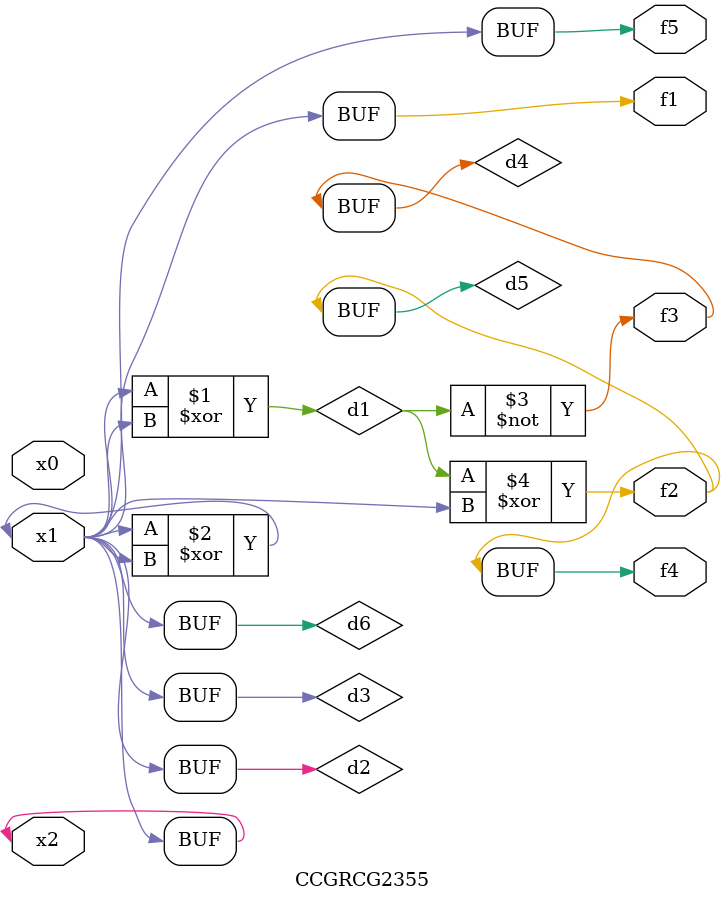
<source format=v>
module CCGRCG2355(
	input x0, x1, x2,
	output f1, f2, f3, f4, f5
);

	wire d1, d2, d3, d4, d5, d6;

	xor (d1, x1, x2);
	buf (d2, x1, x2);
	xor (d3, x1, x2);
	nor (d4, d1);
	xor (d5, d1, d2);
	buf (d6, d2, d3);
	assign f1 = d6;
	assign f2 = d5;
	assign f3 = d4;
	assign f4 = d5;
	assign f5 = d6;
endmodule

</source>
